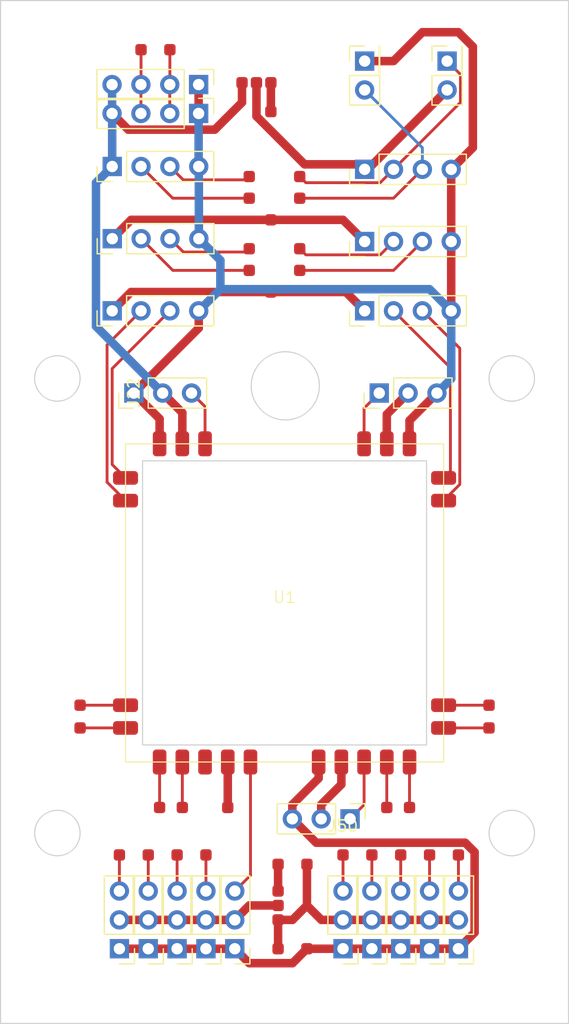
<source format=kicad_pcb>
(kicad_pcb (version 20221018) (generator pcbnew)
  (layers (0 "F.Cu" signal) (31 "B.Cu" signal) (34 "B.Paste" user) (35 "F.Paste" user) (36 "B.SilkS" user "B.Silkscreen") (37 "F.SilkS" user "F.Silkscreen") (38 "B.Mask" user) (39 "F.Mask" user) (44 "Edge.Cuts" user))
  (net 0 "")
  (net 1 "Net-(J1-Pin_1)")
  (net 2 "Net-(J2-Pin_1)")
  (net 3 "Net-(J3-Pin_1)")
  (net 4 "Net-(J10-Pin_1)")
  (net 5 "Net-(J4-Pin_2)")
  (net 6 "Net-(J4-Pin_3)")
  (net 7 "Net-(J5-Pin_3)")
  (net 8 "Net-(J6-Pin_3)")
  (net 9 "Net-(J33-Pin_1)")
  (net 10 "Net-(J8-Pin_3)")
  (net 11 "Net-(J10-Pin_2)")
  (net 12 "Net-(J50-Pin_1)")
  (net 13 "Net-(J10-Pin_3)")
  (net 14 "Net-(J11-Pin_3)")
  (net 15 "Net-(J12-Pin_3)")
  (net 16 "Net-(J13-Pin_3)")
  (net 17 "Net-(J14-Pin_1)")
  (net 18 "Net-(J14-Pin_2)")
  (net 19 "Net-(J15-Pin_1)")
  (net 20 "Net-(J16-Pin_1)")
  (net 21 "Net-(J17-Pin_1)")
  (net 22 "Net-(J17-Pin_2)")
  (net 23 "/gnd")
  (net 24 "Net-(J18-Pin_2)")
  (net 25 "Net-(J19-Pin_1)")
  (net 26 "Net-(J19-Pin_2)")
  (net 27 "Net-(J21-Pin_2)")
  (net 28 "Net-(J21-Pin_3)")
  (net 29 "Net-(J23-Pin_1)")
  (net 30 "Net-(J23-Pin_2)")
  (net 31 "Net-(J23-Pin_3)")
  (net 32 "Net-(J24-Pin_1)")
  (net 33 "Net-(J24-Pin_2)")
  (net 34 "Net-(J24-Pin_3)")
  (net 35 "Net-(J25-Pin_2)")
  (net 36 "Net-(J25-Pin_3)")
  (net 37 "Net-(J26-Pin_2)")
  (net 38 "Net-(J26-Pin_3)")
  (net 39 "Net-(J30-Pin_2)")
  (net 40 "Net-(J30-Pin_3)")
  (net 41 "Net-(J31-Pin_2)")
  (net 42 "Net-(J31-Pin_3)")
  (net 43 "Net-(J34-Pin_1)")
  (net 44 "Net-(J35-Pin_1)")
  (net 45 "Net-(J36-Pin_1)")
  (net 46 "Net-(J40-Pin_1)")
  (net 47 "Net-(J41-Pin_1)")
  (net 48 "Net-(J49-Pin_1)")
  (footprint "Matek_Library:SolderWirePad_1x01_SMD_1x1mm" (layer "F.Cu") (at 124.46 130.175)
    (fp_text reference "J64" hide)
    (fp_text value "Conn_01x01" hide)
    (pad "1" smd roundrect (at 0 0) (size 1 1) (layers "F.Cu" "F.Paste" "F.Mask") (net 6 "Net-(J4-Pin_3)"))
  )
  (footprint "Matek_Library:SolderWirePad_1x01_SMD_1x1mm" (layer "F.Cu") (at 140.97 138.43)
    (fp_text reference "J39" hide)
    (fp_text value "Conn_01x01" hide)
    (pad "1" smd roundrect (at 0 0) (size 1 1) (layers "F.Cu" "F.Paste" "F.Mask") (net 4 "Net-(J10-Pin_1)"))
  )
  (footprint "Connector_PinHeader_2.54mm:PinHeader_1x04_P2.54mm_Vertical" (layer "F.Cu") (at 146.05 69.85 90)
    (fp_text reference "J32" hide)
    (fp_text value "Conn_01x04" hide)
    (pad "1" thru_hole rect (at 0 0 90) (size 1.7 1.7) (drill 1) (layers "*.Cu" "*.Mask") (net 22 "Net-(J17-Pin_2)"))
    (pad "2" thru_hole oval (at 0 2.54 90) (size 1.7 1.7) (drill 1) (layers "*.Cu" "*.Mask") (net 21 "Net-(J17-Pin_1)"))
    (pad "3" thru_hole oval (at 0 5.08 90) (size 1.7 1.7) (drill 1) (layers "*.Cu" "*.Mask") (net 24 "Net-(J18-Pin_2)"))
    (pad "4" thru_hole oval (at 0 7.62 90) (size 1.7 1.7) (drill 1) (layers "*.Cu" "*.Mask") (net 23 "/gnd"))
  )
  (footprint "Matek_Library:SolderWirePad_1x01_SMD_1x1mm" (layer "F.Cu") (at 121 119)
    (fp_text reference "J40" hide)
    (fp_text value "Conn_01x01" hide)
    (pad "1" smd roundrect (at 0 0) (size 1 1) (layers "F.Cu" "F.Paste" "F.Mask") (net 46 "Net-(J40-Pin_1)"))
  )
  (footprint "Matek_Library:Matek_mini_fte" (layer "F.Cu") (at 139 108)
    (fp_text reference "U1" (at 0 -0.5 unlocked) (layer "F.SilkS") (effects (font (thickness 0.1))))
    (fp_text value "~")
    (pad "1" smd roundrect (at 11 -14 90) (size 2.2 1.2) (layers "F.Cu" "F.Paste" "F.Mask") (net 23 "/gnd"))
    (pad "2" smd roundrect (at 9 -14 90) (size 2.2 1.2) (layers "F.Cu" "F.Paste" "F.Mask") (net 26 "Net-(J19-Pin_2)"))
    (pad "3" smd roundrect (at 7 -14 90) (size 2.2 1.2) (layers "F.Cu" "F.Paste" "F.Mask") (net 25 "Net-(J19-Pin_1)"))
    (pad "4" smd roundrect (at -7 -14 90) (size 2.2 1.2) (layers "F.Cu" "F.Paste" "F.Mask") (net 28 "Net-(J21-Pin_3)"))
    (pad "5" smd roundrect (at -9 -14 90) (size 2.2 1.2) (layers "F.Cu" "F.Paste" "F.Mask") (net 27 "Net-(J21-Pin_2)"))
    (pad "6" smd roundrect (at -11 -14 90) (size 2.2 1.2) (layers "F.Cu" "F.Paste" "F.Mask") (net 23 "/gnd"))
    (pad "7" smd roundrect (at -14 -11) (size 2.2 1.2) (layers "F.Cu" "F.Paste" "F.Mask") (net 31 "Net-(J23-Pin_3)"))
    (pad "8" smd roundrect (at -14 -9) (size 2.2 1.2) (layers "F.Cu" "F.Paste" "F.Mask") (net 30 "Net-(J23-Pin_2)"))
    (pad "9" smd roundrect (at -14 9) (size 2.2 1.2) (layers "F.Cu" "F.Paste" "F.Mask") (net 47 "Net-(J41-Pin_1)"))
    (pad "10" smd roundrect (at -14 11) (size 2.2 1.2) (layers "F.Cu" "F.Paste" "F.Mask") (net 46 "Net-(J40-Pin_1)"))
    (pad "11" smd roundrect (at -11 14 90) (size 2.2 1.2) (layers "F.Cu" "F.Paste" "F.Mask") (net 1 "Net-(J1-Pin_1)"))
    (pad "12" smd roundrect (at -9 14 90) (size 2.2 1.2) (layers "F.Cu" "F.Paste" "F.Mask") (net 2 "Net-(J2-Pin_1)"))
    (pad "13" smd roundrect (at -5 14 90) (size 2.2 1.2) (layers "F.Cu" "F.Paste" "F.Mask") (net 3 "Net-(J3-Pin_1)"))
    (pad "14" smd roundrect (at -3 14 90) (size 2.2 1.2) (layers "F.Cu" "F.Paste" "F.Mask") (net 10 "Net-(J8-Pin_3)"))
    (pad "15" smd roundrect (at 3 14 90) (size 2.2 1.2) (layers "F.Cu" "F.Paste" "F.Mask") (net 4 "Net-(J10-Pin_1)"))
    (pad "16" smd roundrect (at 5 14 90) (size 2.2 1.2) (layers "F.Cu" "F.Paste" "F.Mask") (net 18 "Net-(J14-Pin_2)"))
    (pad "17" smd roundrect (at 7 14 90) (size 2.2 1.2) (layers "F.Cu" "F.Paste" "F.Mask") (net 17 "Net-(J14-Pin_1)"))
    (pad "18" smd roundrect (at 9 14 90) (size 2.2 1.2) (layers "F.Cu" "F.Paste" "F.Mask") (net 43 "Net-(J34-Pin_1)"))
    (pad "19" smd roundrect (at 11 14 90) (size 2.2 1.2) (layers "F.Cu" "F.Paste" "F.Mask") (net 44 "Net-(J35-Pin_1)"))
    (pad "20" smd roundrect (at 14 11) (size 2.2 1.2) (layers "F.Cu" "F.Paste" "F.Mask") (net 19 "Net-(J15-Pin_1)"))
    (pad "21" smd roundrect (at 14 9) (size 2.2 1.2) (layers "F.Cu" "F.Paste" "F.Mask") (net 20 "Net-(J16-Pin_1)"))
    (pad "22" smd roundrect (at 14 -9) (size 2.2 1.2) (layers "F.Cu" "F.Paste" "F.Mask") (net 40 "Net-(J30-Pin_3)"))
    (pad "23" smd roundrect (at 14 -11) (size 2.2 1.2) (layers "F.Cu" "F.Paste" "F.Mask") (net 39 "Net-(J30-Pin_2)"))
    (pad "24" smd roundrect (at -7 14 90) (size 2.2 1.2) (layers "F.Cu" "F.Paste" "F.Mask"))
  )
  (footprint "Matek_Library:SolderWirePad_1x01_SMD_1x1mm" (layer "F.Cu") (at 157 117)
    (fp_text reference "J16" hide)
    (fp_text value "Conn_01x01" hide)
    (pad "1" smd roundrect (at 0 0) (size 1 1) (layers "F.Cu" "F.Paste" "F.Mask") (net 20 "Net-(J16-Pin_1)"))
  )
  (footprint "Connector_PinHeader_2.54mm:PinHeader_1x03_P2.54mm_Vertical" (layer "F.Cu") (at 147.335 89.535 90)
    (fp_text reference "J20" hide)
    (fp_text value "Conn_01x03" hide)
    (pad "1" thru_hole rect (at 0 0 90) (size 1.7 1.7) (drill 1) (layers "*.Cu" "*.Mask") (net 25 "Net-(J19-Pin_1)"))
    (pad "2" thru_hole oval (at 0 2.54 90) (size 1.7 1.7) (drill 1) (layers "*.Cu" "*.Mask") (net 26 "Net-(J19-Pin_2)"))
    (pad "3" thru_hole oval (at 0 5.08 90) (size 1.7 1.7) (drill 1) (layers "*.Cu" "*.Mask") (net 23 "/gnd"))
  )
  (footprint "Connector_PinHeader_2.54mm:PinHeader_1x03_P2.54mm_Vertical" (layer "F.Cu") (at 134.62 138.43 180)
    (fp_text reference "J8" hide)
    (fp_text value "Conn_01x03" hide)
    (pad "1" thru_hole rect (at 0 0 180) (size 1.7 1.7) (drill 1) (layers "*.Cu" "*.Mask") (net 4 "Net-(J10-Pin_1)"))
    (pad "2" thru_hole oval (at 0 2.54 180) (size 1.7 1.7) (drill 1) (layers "*.Cu" "*.Mask") (net 5 "Net-(J4-Pin_2)"))
    (pad "3" thru_hole oval (at 0 5.08 180) (size 1.7 1.7) (drill 1) (layers "*.Cu" "*.Mask") (net 10 "Net-(J8-Pin_3)"))
  )
  (footprint "Matek_Library:SolderWirePad_1x01_SMD_1x1mm" (layer "F.Cu") (at 137.795 64.77)
    (fp_text reference "J49" hide)
    (fp_text value "Conn_01x01" hide)
    (pad "1" smd roundrect (at 0 0) (size 1 1) (layers "F.Cu" "F.Paste" "F.Mask") (net 48 "Net-(J49-Pin_1)"))
  )
  (footprint "Matek_Library:SolderWirePad_1x01_SMD_1x1mm" (layer "F.Cu") (at 157 119)
    (fp_text reference "J15" hide)
    (fp_text value "Conn_01x01" hide)
    (pad "1" smd roundrect (at 0 0) (size 1 1) (layers "F.Cu" "F.Paste" "F.Mask") (net 19 "Net-(J15-Pin_1)"))
  )
  (footprint "Connector_PinHeader_2.54mm:PinHeader_1x03_P2.54mm_Vertical" (layer "F.Cu") (at 127 138.43 180)
    (fp_text reference "J5" hide)
    (fp_text value "Conn_01x03" hide)
    (pad "1" thru_hole rect (at 0 0 180) (size 1.7 1.7) (drill 1) (layers "*.Cu" "*.Mask") (net 4 "Net-(J10-Pin_1)"))
    (pad "2" thru_hole oval (at 0 2.54 180) (size 1.7 1.7) (drill 1) (layers "*.Cu" "*.Mask") (net 5 "Net-(J4-Pin_2)"))
    (pad "3" thru_hole oval (at 0 5.08 180) (size 1.7 1.7) (drill 1) (layers "*.Cu" "*.Mask") (net 7 "Net-(J5-Pin_3)"))
  )
  (footprint "Matek_Library:SolderWirePad_1x01_SMD_1x1mm" (layer "F.Cu") (at 151.765 130.175)
    (fp_text reference "J60" hide)
    (fp_text value "Conn_01x01" hide)
    (pad "1" smd roundrect (at 0 0) (size 1 1) (layers "F.Cu" "F.Paste" "F.Mask") (net 15 "Net-(J12-Pin_3)"))
  )
  (footprint "Matek_Library:SolderWirePad_1x01_SMD_1x1mm" (layer "F.Cu") (at 135.255 62.23)
    (fp_text reference "J42" hide)
    (fp_text value "Conn_01x01" hide)
    (pad "1" smd roundrect (at 0 0) (size 1 1) (layers "F.Cu" "F.Paste" "F.Mask") (net 27 "Net-(J21-Pin_2)"))
  )
  (footprint "Connector_PinHeader_2.54mm:PinHeader_1x03_P2.54mm_Vertical" (layer "F.Cu") (at 146.685 138.43 180)
    (fp_text reference "J10" hide)
    (fp_text value "Conn_01x03" hide)
    (pad "1" thru_hole rect (at 0 0 180) (size 1.7 1.7) (drill 1) (layers "*.Cu" "*.Mask") (net 4 "Net-(J10-Pin_1)"))
    (pad "2" thru_hole oval (at 0 2.54 180) (size 1.7 1.7) (drill 1) (layers "*.Cu" "*.Mask") (net 11 "Net-(J10-Pin_2)"))
    (pad "3" thru_hole oval (at 0 5.08 180) (size 1.7 1.7) (drill 1) (layers "*.Cu" "*.Mask") (net 13 "Net-(J10-Pin_3)"))
  )
  (footprint "Matek_Library:SolderWirePad_1x01_SMD_1x1mm" (layer "F.Cu") (at 140.335 72.39)
    (fp_text reference "J54" hide)
    (fp_text value "Conn_01x01" hide)
    (pad "1" smd roundrect (at 0 0) (size 1 1) (layers "F.Cu" "F.Paste" "F.Mask") (net 24 "Net-(J18-Pin_2)"))
  )
  (footprint "Connector_PinHeader_2.54mm:PinHeader_1x03_P2.54mm_Vertical" (layer "F.Cu") (at 124.46 138.43 180)
    (fp_text reference "J4" hide)
    (fp_text value "Conn_01x03" hide)
    (pad "1" thru_hole rect (at 0 0 180) (size 1.7 1.7) (drill 1) (layers "*.Cu" "*.Mask") (net 4 "Net-(J10-Pin_1)"))
    (pad "2" thru_hole oval (at 0 2.54 180) (size 1.7 1.7) (drill 1) (layers "*.Cu" "*.Mask") (net 5 "Net-(J4-Pin_2)"))
    (pad "3" thru_hole oval (at 0 5.08 180) (size 1.7 1.7) (drill 1) (layers "*.Cu" "*.Mask") (net 6 "Net-(J4-Pin_3)"))
  )
  (footprint "Matek_Library:SolderWirePad_1x01_SMD_1x1mm" (layer "F.Cu") (at 126.365 59.323333 -90)
    (fp_text reference "J59" hide)
    (fp_text value "Conn_01x01" hide)
    (pad "1" smd roundrect (at 0 0 270) (size 1 1) (layers "F.Cu" "F.Paste" "F.Mask") (net 38 "Net-(J26-Pin_3)"))
  )
  (footprint "Matek_Library:SolderWirePad_1x01_SMD_1x1mm" (layer "F.Cu") (at 150 126)
    (fp_text reference "J35" hide)
    (fp_text value "Conn_01x01" hide)
    (pad "1" smd roundrect (at 0 0) (size 1 1) (layers "F.Cu" "F.Paste" "F.Mask") (net 44 "Net-(J35-Pin_1)"))
  )
  (footprint "Matek_Library:SolderWirePad_1x01_SMD_1x1mm" (layer "F.Cu") (at 128 126)
    (fp_text reference "J1" hide)
    (fp_text value "Conn_01x01" hide)
    (pad "1" smd roundrect (at 0 0) (size 1 1) (layers "F.Cu" "F.Paste" "F.Mask") (net 1 "Net-(J1-Pin_1)"))
  )
  (footprint "Matek_Library:SolderWirePad_1x01_SMD_1x1mm" (layer "F.Cu") (at 138.43 133.35)
    (fp_text reference "J43" hide)
    (fp_text value "Conn_01x01" hide)
    (pad "1" smd roundrect (at 0 0) (size 1 1) (layers "F.Cu" "F.Paste" "F.Mask") (net 45 "Net-(J36-Pin_1)"))
  )
  (footprint "Connector_PinHeader_2.54mm:PinHeader_1x04_P2.54mm_Vertical" (layer "F.Cu") (at 131.435 64.933333 -90)
    (fp_text reference "J27" hide)
    (fp_text value "Conn_01x04" hide)
    (pad "1" thru_hole rect (at 0 0 270) (size 1.7 1.7) (drill 1) (layers "*.Cu" "*.Mask") (net 23 "/gnd"))
    (pad "2" thru_hole oval (at 0 2.54 270) (size 1.7 1.7) (drill 1) (layers "*.Cu" "*.Mask") (net 37 "Net-(J26-Pin_2)"))
    (pad "3" thru_hole oval (at 0 5.08 270) (size 1.7 1.7) (drill 1) (layers "*.Cu" "*.Mask") (net 38 "Net-(J26-Pin_3)"))
    (pad "4" thru_hole oval (at 0 7.62 270) (size 1.7 1.7) (drill 1) (layers "*.Cu" "*.Mask") (net 27 "Net-(J21-Pin_2)"))
  )
  (footprint "Matek_Library:SolderWirePad_1x01_SMD_1x1mm" (layer "F.Cu") (at 140.335 70.485)
    (fp_text reference "J53" hide)
    (fp_text value "Conn_01x01" hide)
    (pad "1" smd roundrect (at 0 0) (size 1 1) (layers "F.Cu" "F.Paste" "F.Mask") (net 21 "Net-(J17-Pin_1)"))
  )
  (footprint "Matek_Library:SolderWirePad_1x01_SMD_1x1mm" (layer "F.Cu") (at 144.145 130.175)
    (fp_text reference "J50" (at 0 -2.54) (layer "F.SilkS"))
    (fp_text value "Conn_01x01" hide)
    (pad "1" smd roundrect (at 0 0) (size 1 1) (layers "F.Cu" "F.Paste" "F.Mask") (net 12 "Net-(J50-Pin_1)"))
  )
  (footprint "Connector_PinHeader_2.54mm:PinHeader_1x03_P2.54mm_Vertical" (layer "F.Cu") (at 132.08 138.43 180)
    (fp_text reference "J7" hide)
    (fp_text value "Conn_01x03" hide)
    (pad "1" thru_hole rect (at 0 0 180) (size 1.7 1.7) (drill 1) (layers "*.Cu" "*.Mask") (net 4 "Net-(J10-Pin_1)"))
    (pad "2" thru_hole oval (at 0 2.54 180) (size 1.7 1.7) (drill 1) (layers "*.Cu" "*.Mask") (net 5 "Net-(J4-Pin_2)"))
    (pad "3" thru_hole oval (at 0 5.08 180) (size 1.7 1.7) (drill 1) (layers "*.Cu" "*.Mask") (net 9 "Net-(J33-Pin_1)"))
  )
  (footprint "Matek_Library:SolderWirePad_1x01_SMD_1x1mm" (layer "F.Cu") (at 128.905 59.323333 -90)
    (fp_text reference "J58" hide)
    (fp_text value "Conn_01x01" hide)
    (pad "1" smd roundrect (at 0 0 270) (size 1 1) (layers "F.Cu" "F.Paste" "F.Mask") (net 37 "Net-(J26-Pin_2)"))
  )
  (footprint "Matek_Library:SolderWirePad_1x01_SMD_1x1mm" (layer "F.Cu") (at 140.97 131)
    (fp_text reference "J37" hide)
    (fp_text value "Conn_01x01" hide)
    (pad "1" smd roundrect (at 0 0) (size 1 1) (layers "F.Cu" "F.Paste" "F.Mask") (net 11 "Net-(J10-Pin_2)"))
  )
  (footprint "Matek_Library:SolderWirePad_1x01_SMD_1x1mm" (layer "F.Cu") (at 127 130.175)
    (fp_text reference "J63" hide)
    (fp_text value "Conn_01x01" hide)
    (pad "1" smd roundrect (at 0 0) (size 1 1) (layers "F.Cu" "F.Paste" "F.Mask") (net 7 "Net-(J5-Pin_3)"))
  )
  (footprint "Matek_Library:SolderWirePad_1x01_SMD_1x1mm" (layer "F.Cu") (at 149.225 130.175)
    (fp_text reference "J52" hide)
    (fp_text value "Conn_01x01" hide)
    (pad "1" smd roundrect (at 0 0) (size 1 1) (layers "F.Cu" "F.Paste" "F.Mask") (net 14 "Net-(J11-Pin_3)"))
  )
  (footprint "Matek_Library:SolderWirePad_1x01_SMD_1x1mm" (layer "F.Cu") (at 136.525 62.23)
    (fp_text reference "J67" hide)
    (fp_text value "Conn_01x01" hide)
    (pad "1" smd roundrect (at 0 0) (size 1 1) (layers "F.Cu" "F.Paste" "F.Mask") (net 22 "Net-(J17-Pin_2)"))
  )
  (footprint "Matek_Library:SolderWirePad_1x01_SMD_1x1mm" (layer "F.Cu") (at 135.89 76.835)
    (fp_text reference "J47" hide)
    (fp_text value "Conn_01x01" hide)
    (pad "1" smd roundrect (at 0 0) (size 1 1) (layers "F.Cu" "F.Paste" "F.Mask") (net 34 "Net-(J24-Pin_3)"))
  )
  (footprint "Connector_PinHeader_2.54mm:PinHeader_1x04_P2.54mm_Vertical" (layer "F.Cu") (at 146.05 76.2 90)
    (fp_text reference "J31" hide)
    (fp_text value "Conn_01x04" hide)
    (pad "1" thru_hole rect (at 0 0 90) (size 1.7 1.7) (drill 1) (layers "*.Cu" "*.Mask") (net 32 "Net-(J24-Pin_1)"))
    (pad "2" thru_hole oval (at 0 2.54 90) (size 1.7 1.7) (drill 1) (layers "*.Cu" "*.Mask") (net 41 "Net-(J31-Pin_2)"))
    (pad "3" thru_hole oval (at 0 5.08 90) (size 1.7 1.7) (drill 1) (layers "*.Cu" "*.Mask") (net 42 "Net-(J31-Pin_3)"))
    (pad "4" thru_hole oval (at 0 7.62 90) (size 1.7 1.7) (drill 1) (layers "*.Cu" "*.Mask") (net 23 "/gnd"))
  )
  (footprint "Matek_Library:SolderWirePad_1x01_SMD_1x1mm" (layer "F.Cu") (at 137.795 80.645)
    (fp_text reference "J57" hide)
    (fp_text value "Conn_01x01" hide)
    (pad "1" smd roundrect (at 0 0) (size 1 1) (layers "F.Cu" "F.Paste" "F.Mask") (net 29 "Net-(J23-Pin_1)"))
  )
  (footprint "Matek_Library:SolderWirePad_1x01_SMD_1x1mm" (layer "F.Cu") (at 129.54 130.175)
    (fp_text reference "J62" hide)
    (fp_text value "Conn_01x01" hide)
    (pad "1" smd roundrect (at 0 0) (size 1 1) (layers "F.Cu" "F.Paste" "F.Mask") (net 8 "Net-(J6-Pin_3)"))
  )
  (footprint "Connector_PinHeader_2.54mm:PinHeader_1x03_P2.54mm_Vertical" (layer "F.Cu") (at 144.765 127 -90)
    (fp_text reference "J14" hide)
    (fp_text value "Conn_01x03" hide)
    (pad "1" thru_hole rect (at 0 0 270) (size 1.7 1.7) (drill 1) (layers "*.Cu" "*.Mask") (net 17 "Net-(J14-Pin_1)"))
    (pad "2" thru_hole oval (at 0 2.54 270) (size 1.7 1.7) (drill 1) (layers "*.Cu" "*.Mask") (net 18 "Net-(J14-Pin_2)"))
    (pad "3" thru_hole oval (at 0 5.08 270) (size 1.7 1.7) (drill 1) (layers "*.Cu" "*.Mask") (net 4 "Net-(J10-Pin_1)"))
  )
  (footprint "Matek_Library:SolderWirePad_1x01_SMD_1x1mm" (layer "F.Cu") (at 138.43 134.62)
    (fp_text reference "J65" hide)
    (fp_text value "Conn_01x01" hide)
    (pad "1" smd roundrect (at 0 0) (size 1 1) (layers "F.Cu" "F.Paste" "F.Mask") (net 5 "Net-(J4-Pin_2)"))
  )
  (footprint "Matek_Library:SolderWirePad_1x01_SMD_1x1mm" (layer "F.Cu") (at 140.335 76.835)
    (fp_text reference "J55" hide)
    (fp_text value "Conn_01x01" hide)
    (pad "1" smd roundrect (at 0 0) (size 1 1) (layers "F.Cu" "F.Paste" "F.Mask") (net 41 "Net-(J31-Pin_2)"))
  )
  (footprint "Connector_PinHeader_2.54mm:PinHeader_1x04_P2.54mm_Vertical" (layer "F.Cu") (at 131.435 62.393333 -90)
    (fp_text reference "J26" hide)
    (fp_text value "Conn_01x04" hide)
    (pad "1" thru_hole rect (at 0 0 270) (size 1.7 1.7) (drill 1) (layers "*.Cu" "*.Mask") (net 23 "/gnd"))
    (pad "2" thru_hole oval (at 0 2.54 270) (size 1.7 1.7) (drill 1) (layers "*.Cu" "*.Mask") (net 37 "Net-(J26-Pin_2)"))
    (pad "3" thru_hole oval (at 0 5.08 270) (size 1.7 1.7) (drill 1) (layers "*.Cu" "*.Mask") (net 38 "Net-(J26-Pin_3)"))
    (pad "4" thru_hole oval (at 0 7.62 270) (size 1.7 1.7) (drill 1) (layers "*.Cu" "*.Mask") (net 27 "Net-(J21-Pin_2)"))
  )
  (footprint "Matek_Library:SolderWirePad_1x01_SMD_1x1mm" (layer "F.Cu") (at 146.685 130.175)
    (fp_text reference "J51" hide)
    (fp_text value "Conn_01x01" hide)
    (pad "1" smd roundrect (at 0 0) (size 1 1) (layers "F.Cu" "F.Paste" "F.Mask") (net 13 "Net-(J10-Pin_3)"))
  )
  (footprint "Matek_Library:SolderWirePad_1x01_SMD_1x1mm" (layer "F.Cu") (at 135.89 70.485)
    (fp_text reference "J45" hide)
    (fp_text value "Conn_01x01" hide)
    (pad "1" smd roundrect (at 0 0) (size 1 1) (layers "F.Cu" "F.Paste" "F.Mask") (net 36 "Net-(J25-Pin_3)"))
  )
  (footprint "Connector_PinHeader_2.54mm:PinHeader_1x04_P2.54mm_Vertical" (layer "F.Cu") (at 123.835 75.95 90)
    (fp_text reference "J24" hide)
    (fp_text value "Conn_01x04" hide)
    (pad "1" thru_hole rect (at 0 0 90) (size 1.7 1.7) (drill 1) (layers "*.Cu" "*.Mask") (net 32 "Net-(J24-Pin_1)"))
    (pad "2" thru_hole oval (at 0 2.54 90) (size 1.7 1.7) (drill 1) (layers "*.Cu" "*.Mask") (net 33 "Net-(J24-Pin_2)"))
    (pad "3" thru_hole oval (at 0 5.08 90) (size 1.7 1.7) (drill 1) (layers "*.Cu" "*.Mask") (net 34 "Net-(J24-Pin_3)"))
    (pad "4" thru_hole oval (at 0 7.62 90) (size 1.7 1.7) (drill 1) (layers "*.Cu" "*.Mask") (net 23 "/gnd"))
  )
  (footprint "Matek_Library:SolderWirePad_1x01_SMD_1x1mm" (layer "F.Cu") (at 154.305 130.175)
    (fp_text reference "J61" hide)
    (fp_text value "Conn_01x01" hide)
    (pad "1" smd roundrect (at 0 0) (size 1 1) (layers "F.Cu" "F.Paste" "F.Mask") (net 16 "Net-(J13-Pin_3)"))
  )
  (footprint "Connector_PinHeader_2.54mm:PinHeader_1x03_P2.54mm_Vertical" (layer "F.Cu") (at 149.225 138.43 180)
    (fp_text reference "J11" hide)
    (fp_text value "Conn_01x03" hide)
    (pad "1" thru_hole rect (at 0 0 180) (size 1.7 1.7) (drill 1) (layers "*.Cu" "*.Mask") (net 4 "Net-(J10-Pin_1)"))
    (pad "2" thru_hole oval (at 0 2.54 180) (size 1.7 1.7) (drill 1) (layers "*.Cu" "*.Mask") (net 11 "Net-(J10-Pin_2)"))
    (pad "3" thru_hole oval (at 0 5.08 180) (size 1.7 1.7) (drill 1) (layers "*.Cu" "*.Mask") (net 14 "Net-(J11-Pin_3)"))
  )
  (footprint "Matek_Library:SolderWirePad_1x01_SMD_1x1mm" (layer "F.Cu") (at 121 117)
    (fp_text reference "J41" hide)
    (fp_text value "Conn_01x01" hide)
    (pad "1" smd roundrect (at 0 0) (size 1 1) (layers "F.Cu" "F.Paste" "F.Mask") (net 47 "Net-(J41-Pin_1)"))
  )
  (footprint "Matek_Library:SolderWirePad_1x01_SMD_1x1mm" (layer "F.Cu") (at 138.43 131)
    (fp_text reference "J36" hide)
    (fp_text value "Conn_01x01" hide)
    (pad "1" smd roundrect (at 0 0) (size 1 1) (layers "F.Cu" "F.Paste" "F.Mask") (net 45 "Net-(J36-Pin_1)"))
  )
  (footprint "Connector_PinHeader_2.54mm:PinHeader_1x04_P2.54mm_Vertical" (layer "F.Cu") (at 123.825 69.6 90)
    (fp_text reference "J25" hide)
    (fp_text value "Conn_01x04" hide)
    (pad "1" thru_hole rect (at 0 0 90) (size 1.7 1.7) (drill 1) (layers "*.Cu" "*.Mask") (net 27 "Net-(J21-Pin_2)"))
    (pad "2" thru_hole oval (at 0 2.54 90) (size 1.7 1.7) (drill 1) (layers "*.Cu" "*.Mask") (net 35 "Net-(J25-Pin_2)"))
    (pad "3" thru_hole oval (at 0 5.08 90) (size 1.7 1.7) (drill 1) (layers "*.Cu" "*.Mask") (net 36 "Net-(J25-Pin_3)"))
    (pad "4" thru_hole oval (at 0 7.62 90) (size 1.7 1.7) (drill 1) (layers "*.Cu" "*.Mask") (net 23 "/gnd"))
  )
  (footprint "Matek_Library:SolderWirePad_1x01_SMD_1x1mm" (layer "F.Cu") (at 130 126)
    (fp_text reference "J2" hide)
    (fp_text value "Conn_01x01" hide)
    (pad "1" smd roundrect (at 0 0) (size 1 1) (layers "F.Cu" "F.Paste" "F.Mask") (net 2 "Net-(J2-Pin_1)"))
  )
  (footprint "Matek_Library:SolderWirePad_1x01_SMD_1x1mm" (layer "F.Cu") (at 140.335 78.74)
    (fp_text reference "J56" hide)
    (fp_text value "Conn_01x01" hide)
    (pad "1" smd roundrect (at 0 0) (size 1 1) (layers "F.Cu" "F.Paste" "F.Mask") (net 42 "Net-(J31-Pin_3)"))
  )
  (footprint "Connector_PinHeader_2.54mm:PinHeader_1x03_P2.54mm_Vertical" (layer "F.Cu") (at 154.305 138.43 180)
    (fp_text reference "J13" hide)
    (fp_text value "Conn_01x03" hide)
    (pad "1" thru_hole rect (at 0 0 180) (size 1.7 1.7) (drill 1) (layers "*.Cu" "*.Mask") (net 4 "Net-(J10-Pin_1)"))
    (pad "2" thru_hole oval (at 0 2.54 180) (size 1.7 1.7) (drill 1) (layers "*.Cu" "*.Mask") (net 11 "Net-(J10-Pin_2)"))
    (pad "3" thru_hole oval (at 0 5.08 180) (size 1.7 1.7) (drill 1) (layers "*.Cu" "*.Mask") (net 16 "Net-(J13-Pin_3)"))
  )
  (footprint "Matek_Library:SolderWirePad_1x01_SMD_1x1mm" (layer "F.Cu") (at 132.08 130.175)
    (fp_text reference "J33" hide)
    (fp_text value "Conn_01x01" hide)
    (pad "1" smd roundrect (at 0 0) (size 1 1) (layers "F.Cu" "F.Paste" "F.Mask") (net 9 "Net-(J33-Pin_1)"))
  )
  (footprint "Connector_PinHeader_2.54mm:PinHeader_1x03_P2.54mm_Vertical" (layer "F.Cu") (at 144.145 138.43 180)
    (fp_text reference "J9" hide)
    (fp_text value "Conn_01x03" hide)
    (pad "1" thru_hole rect (at 0 0 180) (size 1.7 1.7) (drill 1) (layers "*.Cu" "*.Mask") (net 4 "Net-(J10-Pin_1)"))
    (pad "2" thru_hole oval (at 0 2.54 180) (size 1.7 1.7) (drill 1) (layers "*.Cu" "*.Mask") (net 11 "Net-(J10-Pin_2)"))
    (pad "3" thru_hole oval (at 0 5.08 180) (size 1.7 1.7) (drill 1) (layers "*.Cu" "*.Mask") (net 12 "Net-(J50-Pin_1)"))
  )
  (footprint "Matek_Library:SolderWirePad_1x01_SMD_1x1mm" (layer "F.Cu") (at 135.89 78.74)
    (fp_text reference "J46" hide)
    (fp_text value "Conn_01x01" hide)
    (pad "1" smd roundrect (at 0 0) (size 1 1) (layers "F.Cu" "F.Paste" "F.Mask") (net 33 "Net-(J24-Pin_2)"))
  )
  (footprint "Connector_PinHeader_2.54mm:PinHeader_1x03_P2.54mm_Vertical" (layer "F.Cu") (at 151.765 138.43 180)
    (fp_text reference "J12" hide)
    (fp_text value "Conn_01x03" hide)
    (pad "1" thru_hole rect (at 0 0 180) (size 1.7 1.7) (drill 1) (layers "*.Cu" "*.Mask") (net 4 "Net-(J10-Pin_1)"))
    (pad "2" thru_hole oval (at 0 2.54 180) (size 1.7 1.7) (drill 1) (layers "*.Cu" "*.Mask") (net 11 "Net-(J10-Pin_2)"))
    (pad "3" thru_hole oval (at 0 5.08 180) (size 1.7 1.7) (drill 1) (layers "*.Cu" "*.Mask") (net 15 "Net-(J12-Pin_3)"))
  )
  (footprint "Matek_Library:SolderWirePad_1x01_SMD_1x1mm" (layer "F.Cu") (at 134 126)
    (fp_text reference "J3" hide)
    (fp_text value "Conn_01x01" hide)
    (pad "1" smd roundrect (at 0 0) (size 1 1) (layers "F.Cu" "F.Paste" "F.Mask") (net 3 "Net-(J3-Pin_1)"))
  )
  (footprint "Connector_PinHeader_2.54mm:PinHeader_1x04_P2.54mm_Vertical" (layer "F.Cu") (at 123.825 82.3 90)
    (fp_text reference "J23" hide)
    (fp_text value "Conn_01x04" hide)
    (pad "1" thru_hole rect (at 0 0 90) (size 1.7 1.7) (drill 1) (layers "*.Cu" "*.Mask") (net 29 "Net-(J23-Pin_1)"))
    (pad "2" thru_hole oval (at 0 2.54 90) (size 1.7 1.7) (drill 1) (layers "*.Cu" "*.Mask") (net 30 "Net-(J23-Pin_2)"))
    (pad "3" thru_hole oval (at 0 5.08 90) (size 1.7 1.7) (drill 1) (layers "*.Cu" "*.Mask") (net 31 "Net-(J23-Pin_3)"))
    (pad "4" thru_hole oval (at 0 7.62 90) (size 1.7 1.7) (drill 1) (layers "*.Cu" "*.Mask") (net 23 "/gnd"))
  )
  (footprint "Matek_Library:SolderWirePad_1x01_SMD_1x1mm" (layer "F.Cu") (at 137.795 74.295)
    (fp_text reference "J48" hide)
    (fp_text value "Conn_01x01" hide)
    (pad "1" smd roundrect (at 0 0) (size 1 1) (layers "F.Cu" "F.Paste" "F.Mask") (net 32 "Net-(J24-Pin_1)"))
  )
  (footprint "Connector_PinHeader_2.54mm:PinHeader_1x04_P2.54mm_Vertical" (layer "F.Cu") (at 146.05 82.3 90)
    (fp_text reference "J30" hide)
    (fp_text value "Conn_01x04" hide)
    (pad "1" thru_hole rect (at 0 0 90) (size 1.7 1.7) (drill 1) (layers "*.Cu" "*.Mask") (net 29 "Net-(J23-Pin_1)"))
    (pad "2" thru_hole oval (at 0 2.54 90) (size 1.7 1.7) (drill 1) (layers "*.Cu" "*.Mask") (net 39 "Net-(J30-Pin_2)"))
    (pad "3" thru_hole oval (at 0 5.08 90) (size 1.7 1.7) (drill 1) (layers "*.Cu" "*.Mask") (net 40 "Net-(J30-Pin_3)"))
    (pad "4" thru_hole oval (at 0 7.62 90) (size 1.7 1.7) (drill 1) (layers "*.Cu" "*.Mask") (net 23 "/gnd"))
  )
  (footprint "Connector_PinSocket_2.54mm:PinSocket_2x01_P2.54mm_Vertical" (layer "F.Cu") (at 153.31 60.325 90)
    (fp_text reference "J17" hide)
    (fp_text value "Conn_02x01" hide)
    (pad "1" thru_hole rect (at 0 0 90) (size 1.7 1.7) (drill 1) (layers "*.Cu" "*.Mask") (net 21 "Net-(J17-Pin_1)"))
    (pad "2" thru_hole oval (at -2.54 0 90) (size 1.7 1.7) (drill 1) (layers "*.Cu" "*.Mask") (net 22 "Net-(J17-Pin_2)"))
  )
  (footprint "Connector_PinHeader_2.54mm:PinHeader_1x03_P2.54mm_Vertical" (layer "F.Cu") (at 129.54 138.43 180)
    (fp_text reference "J6" hide)
    (fp_text value "Conn_01x03" hide)
    (pad "1" thru_hole rect (at 0 0 180) (size 1.7 1.7) (drill 1) (layers "*.Cu" "*.Mask") (net 4 "Net-(J10-Pin_1)"))
    (pad "2" thru_hole oval (at 0 2.54 180) (size 1.7 1.7) (drill 1) (layers "*.Cu" "*.Mask") (net 5 "Net-(J4-Pin_2)"))
    (pad "3" thru_hole oval (at 0 5.08 180) (size 1.7 1.7) (drill 1) (layers "*.Cu" "*.Mask") (net 8 "Net-(J6-Pin_3)"))
  )
  (footprint "Matek_Library:SolderWirePad_1x01_SMD_1x1mm" (layer "F.Cu") (at 148 126)
    (fp_text reference "J34" hide)
    (fp_text value "Conn_01x01" hide)
    (pad "1" smd roundrect (at 0 0) (size 1 1) (layers "F.Cu" "F.Paste" "F.Mask") (net 43 "Net-(J34-Pin_1)"))
  )
  (footprint "Connector_PinHeader_2.54mm:PinHeader_1x03_P2.54mm_Vertical" (layer "F.Cu") (at 125.73 89.535 90)
    (fp_text reference "J22" (at 0 0 90) (layer "F.SilkS"))
    (fp_text value "Conn_01x03" hide)
    (pad "1" thru_hole rect (at 0 0 90) (size 1.7 1.7) (drill 1) (layers "*.Cu" "*.Mask") (net 23 "/gnd"))
    (pad "2" thru_hole oval (at 0 2.54 90) (size 1.7 1.7) (drill 1) (layers "*.Cu" "*.Mask") (net 27 "Net-(J21-Pin_2)"))
    (pad "3" thru_hole oval (at 0 5.08 90) (size 1.7 1.7) (drill 1) (layers "*.Cu" "*.Mask") (net 28 "Net-(J21-Pin_3)"))
  )
  (footprint "Matek_Library:SolderWirePad_1x01_SMD_1x1mm" (layer "F.Cu") (at 137.795 62.23)
    (fp_text reference "J68" hide)
    (fp_text value "Conn_01x01" hide)
    (pad "1" smd roundrect (at 0 0) (size 1 1) (layers "F.Cu" "F.Paste" "F.Mask") (net 48 "Net-(J49-Pin_1)"))
  )
  (footprint "Connector_PinSocket_2.54mm:PinSocket_2x01_P2.54mm_Vertical" (layer "F.Cu") (at 146.05 60.325 90)
    (fp_text reference "J18" hide)
    (fp_text value "Conn_02x01" hide)
    (pad "1" thru_hole rect (at 0 0 90) (size 1.7 1.7) (drill 1) (layers "*.Cu" "*.Mask") (net 23 "/gnd"))
    (pad "2" thru_hole oval (at -2.54 0 90) (size 1.7 1.7) (drill 1) (layers "*.Cu" "*.Mask") (net 24 "Net-(J18-Pin_2)"))
  )
  (footprint "Matek_Library:SolderWirePad_1x01_SMD_1x1mm" (layer "F.Cu") (at 135.89 72.39)
    (fp_text reference "J44" hide)
    (fp_text value "Conn_01x01" hide)
    (pad "1" smd roundrect (at 0 0) (size 1 1) (layers "F.Cu" "F.Paste" "F.Mask") (net 35 "Net-(J25-Pin_2)"))
  )
  (footprint "Matek_Library:SolderWirePad_1x01_SMD_1x1mm" (layer "F.Cu") (at 138.43 138.43)
    (fp_text reference "J38" hide)
    (fp_text value "Conn_01x01" hide)
    (pad "1" smd roundrect (at 0 0) (size 1 1) (layers "F.Cu" "F.Paste" "F.Mask") (net 11 "Net-(J10-Pin_2)"))
  )
  (footprint "Matek_Library:SolderWirePad_1x01_SMD_1x1mm" (layer "F.Cu") (at 138.43 135.89)
    (fp_text reference "J66" hide)
    (fp_text value "Conn_01x01" hide)
    (pad "1" smd roundrect (at 0 0) (size 1 1) (layers "F.Cu" "F.Paste" "F.Mask") (net 11 "Net-(J10-Pin_2)"))
  )
  (gr_line (start 114 145) (end 114 55) (stroke (width 0.1)) (layer "Edge.Cuts"))
  (gr_circle (center 119 128.25) (end 121 128.25) (stroke (width 0.1)) (fill none) (layer "Edge.Cuts"))
  (gr_line (start 114 55) (end 164 55) (stroke (width 0.1)) (layer "Edge.Cuts"))
  (gr_line (start 164 145) (end 114 145) (stroke (width 0.1)) (layer "Edge.Cuts"))
  (gr_line (start 151.5 120.5) (end 126.5 120.5) (stroke (width 0.1)) (layer "Edge.Cuts"))
  (gr_circle (center 139.065 88.9) (end 142.065 88.9) (stroke (width 0.1)) (fill none) (layer "Edge.Cuts"))
  (gr_line (start 164 55) (end 164 145) (stroke (width 0.1)) (layer "Edge.Cuts"))
  (gr_circle (center 119 88.25) (end 121 88.25) (stroke (width 0.1)) (fill none) (layer "Edge.Cuts"))
  (gr_circle (center 159 128.25) (end 161 128.25) (stroke (width 0.1)) (fill none) (layer "Edge.Cuts"))
  (gr_line (start 126.5 120.5) (end 126.5 95.5) (stroke (width 0.1)) (layer "Edge.Cuts"))
  (gr_line (start 126.5 95.5) (end 151.5 95.5) (stroke (width 0.1)) (layer "Edge.Cuts"))
  (gr_circle (center 159 88.25) (end 161 88.25) (stroke (width 0.1)) (fill none) (layer "Edge.Cuts"))
  (gr_line (start 151.5 95.5) (end 151.5 120.5) (stroke (width 0.1)) (layer "Edge.Cuts"))
  (segment (start 128 126) (end 128 122) (width 0.25) (layer "F.Cu") (net 1))
  (segment (start 130 126) (end 130 122) (width 0.25) (layer "F.Cu") (net 2))
  (segment (start 134 122) (end 134 126) (width 0.75) (layer "F.Cu") (net 3))
  (segment (start 154.903654 129.1) (end 155.73 129.926346) (width 0.75) (layer "F.Cu") (net 4))
  (segment (start 151.765 138.43) (end 149.225 138.43) (width 0.75) (layer "F.Cu") (net 4))
  (segment (start 124.46 138.43) (end 127 138.43) (width 0.75) (layer "F.Cu") (net 4))
  (segment (start 144.145 138.43) (end 140.97 138.43) (width 0.75) (layer "F.Cu") (net 4))
  (segment (start 149.225 138.43) (end 146.685 138.43) (width 0.75) (layer "F.Cu") (net 4))
  (segment (start 134.62 138.43) (end 132.08 138.43) (width 0.75) (layer "F.Cu") (net 4))
  (segment (start 139.685 125.745) (end 142 123.43) (width 0.75) (layer "F.Cu") (net 4))
  (segment (start 140.97 138.43) (end 139.7 139.7) (width 0.75) (layer "F.Cu") (net 4))
  (segment (start 132.08 138.43) (end 129.54 138.43) (width 0.75) (layer "F.Cu") (net 4))
  (segment (start 139.7 139.7) (end 135.89 139.7) (width 0.75) (layer "F.Cu") (net 4))
  (segment (start 155.73 137.005) (end 154.305 138.43) (width 0.75) (layer "F.Cu") (net 4))
  (segment (start 144.145 138.43) (end 146.685 138.43) (width 0.75) (layer "F.Cu") (net 4))
  (segment (start 139.685 127) (end 141.785 129.1) (width 0.75) (layer "F.Cu") (net 4))
  (segment (start 142 123.43) (end 142 122) (width 0.75) (layer "F.Cu") (net 4))
  (segment (start 135.89 139.7) (end 134.62 138.43) (width 0.75) (layer "F.Cu") (net 4))
  (segment (start 154.305 138.43) (end 151.765 138.43) (width 0.75) (layer "F.Cu") (net 4))
  (segment (start 139.685 127) (end 139.685 125.745) (width 0.75) (layer "F.Cu") (net 4))
  (segment (start 155.73 129.926346) (end 155.73 137.005) (width 0.75) (layer "F.Cu") (net 4))
  (segment (start 127 138.43) (end 129.54 138.43) (width 0.75) (layer "F.Cu") (net 4))
  (segment (start 141.785 129.1) (end 154.903654 129.1) (width 0.75) (layer "F.Cu") (net 4))
  (segment (start 135.89 134.62) (end 138.43 134.62) (width 0.75) (layer "F.Cu") (net 5))
  (segment (start 134.62 135.89) (end 135.89 134.62) (width 0.75) (layer "F.Cu") (net 5))
  (segment (start 124.46 135.89) (end 127 135.89) (width 0.75) (layer "F.Cu") (net 5))
  (segment (start 129.54 135.89) (end 127 135.89) (width 0.75) (layer "F.Cu") (net 5))
  (segment (start 134.62 135.89) (end 132.08 135.89) (width 0.75) (layer "F.Cu") (net 5))
  (segment (start 132.08 135.89) (end 129.54 135.89) (width 0.75) (layer "F.Cu") (net 5))
  (segment (start 124.46 130.175) (end 124.46 133.35) (width 0.25) (layer "F.Cu") (net 6))
  (segment (start 127 130.175) (end 127 133.35) (width 0.25) (layer "F.Cu") (net 7))
  (segment (start 129.54 130.175) (end 129.54 133.35) (width 0.25) (layer "F.Cu") (net 8))
  (segment (start 132.08 130.175) (end 132.08 133.35) (width 0.25) (layer "F.Cu") (net 9))
  (segment (start 136 122) (end 136 131.97) (width 0.25) (layer "F.Cu") (net 10))
  (segment (start 136 131.97) (end 134.62 133.35) (width 0.25) (layer "F.Cu") (net 10))
  (segment (start 140.97 134.62) (end 139.7 135.89) (width 0.75) (layer "F.Cu") (net 11))
  (segment (start 151.765 135.89) (end 154.305 135.89) (width 0.75) (layer "F.Cu") (net 11))
  (segment (start 142.24 135.89) (end 144.145 135.89) (width 0.75) (layer "F.Cu") (net 11))
  (segment (start 144.145 135.89) (end 146.685 135.89) (width 0.75) (layer "F.Cu") (net 11))
  (segment (start 149.225 135.89) (end 151.765 135.89) (width 0.75) (layer "F.Cu") (net 11))
  (segment (start 140.97 131) (end 140.97 134.62) (width 0.75) (layer "F.Cu") (net 11))
  (segment (start 146.685 135.89) (end 149.225 135.89) (width 0.75) (layer "F.Cu") (net 11))
  (segment (start 138.43 135.89) (end 138.43 138.43) (width 0.75) (layer "F.Cu") (net 11))
  (segment (start 139.7 135.89) (end 138.43 135.89) (width 0.75) (layer "F.Cu") (net 11))
  (segment (start 140.97 134.62) (end 142.24 135.89) (width 0.75) (layer "F.Cu") (net 11))
  (segment (start 144.145 130.175) (end 144.145 133.35) (width 0.25) (layer "F.Cu") (net 12))
  (segment (start 146.685 130.175) (end 146.685 133.35) (width 0.25) (layer "F.Cu") (net 13))
  (segment (start 149.225 130.175) (end 149.225 133.35) (width 0.25) (layer "F.Cu") (net 14))
  (segment (start 151.765 130.175) (end 151.765 133.35) (width 0.25) (layer "F.Cu") (net 15))
  (segment (start 154.305 130.175) (end 154.305 133.35) (width 0.25) (layer "F.Cu") (net 16))
  (segment (start 146 125.765) (end 144.765 127) (width 0.25) (layer "F.Cu") (net 17))
  (segment (start 146 122) (end 146 125.765) (width 0.25) (layer "F.Cu") (net 17))
  (segment (start 144 123.97) (end 144 122) (width 0.75) (layer "F.Cu") (net 18))
  (segment (start 142.225 125.745) (end 144 123.97) (width 0.75) (layer "F.Cu") (net 18))
  (segment (start 142.225 127) (end 142.225 125.745) (width 0.75) (layer "F.Cu") (net 18))
  (segment (start 153 119) (end 157 119) (width 0.25) (layer "F.Cu") (net 19))
  (segment (start 153 117) (end 157 117) (width 0.25) (layer "F.Cu") (net 20))
  (segment (start 153.31 60.325) (end 153.67 60.325) (width 0.25) (layer "F.Cu") (net 21))
  (segment (start 147.415 71.025) (end 148.59 69.85) (width 0.25) (layer "F.Cu") (net 21))
  (segment (start 154.485 63.955) (end 154.485 61.5) (width 0.25) (layer "F.Cu") (net 21))
  (segment (start 140.335 70.485) (end 140.875 71.025) (width 0.25) (layer "F.Cu") (net 21))
  (segment (start 148.59 69.85) (end 154.485 63.955) (width 0.25) (layer "F.Cu") (net 21))
  (segment (start 140.875 71.025) (end 147.415 71.025) (width 0.25) (layer "F.Cu") (net 21))
  (segment (start 154.485 61.5) (end 153.31 60.325) (width 0.25) (layer "F.Cu") (net 21))
  (segment (start 136.525 65.173654) (end 140.761346 69.41) (width 0.75) (layer "F.Cu") (net 22))
  (segment (start 145.61 69.41) (end 146.05 69.85) (width 0.75) (layer "F.Cu") (net 22))
  (segment (start 136.525 62.23) (end 136.525 65.173654) (width 0.75) (layer "F.Cu") (net 22))
  (segment (start 140.761346 69.41) (end 145.61 69.41) (width 0.75) (layer "F.Cu") (net 22))
  (segment (start 153.31 62.865) (end 146.325 69.85) (width 0.75) (layer "F.Cu") (net 22))
  (segment (start 146.325 69.85) (end 146.05 69.85) (width 0.75) (layer "F.Cu") (net 22))
  (segment (start 125.73 89.535) (end 131.445 83.82) (width 0.75) (layer "F.Cu") (net 23))
  (segment (start 131.445 75.96) (end 131.455 75.95) (width 0.75) (layer "F.Cu") (net 23))
  (segment (start 150 91.95) (end 152.415 89.535) (width 0.75) (layer "F.Cu") (net 23))
  (segment (start 155.575 67.945) (end 155.575 59.055) (width 0.75) (layer "F.Cu") (net 23))
  (segment (start 153.67 69.85) (end 155.575 67.945) (width 0.75) (layer "F.Cu") (net 23))
  (segment (start 150 94) (end 150 91.95) (width 0.75) (layer "F.Cu") (net 23))
  (segment (start 146.05 60.325) (end 148.59 60.325) (width 0.75) (layer "F.Cu") (net 23))
  (segment (start 128 91.805) (end 125.73 89.535) (width 0.75) (layer "F.Cu") (net 23))
  (segment (start 131.435 69.59) (end 131.445 69.6) (width 0.75) (layer "F.Cu") (net 23))
  (segment (start 131.435 62.393333) (end 131.435 64.933333) (width 0.75) (layer "F.Cu") (net 23))
  (segment (start 128 94) (end 128 91.805) (width 0.75) (layer "F.Cu") (net 23))
  (segment (start 131.445 83.82) (end 131.445 82.3) (width 0.75) (layer "F.Cu") (net 23))
  (segment (start 153.67 69.85) (end 153.67 76.2) (width 0.75) (layer "F.Cu") (net 23))
  (segment (start 151.13 57.785) (end 154.305 57.785) (width 0.75) (layer "F.Cu") (net 23))
  (segment (start 153.67 76.2) (end 153.67 82.3) (width 0.75) (layer "F.Cu") (net 23))
  (segment (start 148.59 60.325) (end 151.13 57.785) (width 0.75) (layer "F.Cu") (net 23))
  (segment (start 131.455 69.61) (end 131.445 69.6) (width 0.75) (layer "F.Cu") (net 23))
  (segment (start 155.575 59.055) (end 154.305 57.785) (width 0.75) (layer "F.Cu") (net 23))
  (segment (start 131.455 75.95) (end 131.455 69.61) (width 0.75) (layer "B.Cu") (net 23))
  (segment (start 131.445 82.3) (end 133.35 80.395) (width 0.75) (layer "B.Cu") (net 23))
  (segment (start 133.35 77.845) (end 131.455 75.95) (width 0.75) (layer "B.Cu") (net 23))
  (segment (start 131.445 75.96) (end 131.455 75.95) (width 0.75) (layer "B.Cu") (net 23))
  (segment (start 133.35 80.395) (end 133.35 77.845) (width 0.75) (layer "B.Cu") (net 23))
  (segment (start 131.455 69.61) (end 131.445 69.6) (width 0.75) (layer "B.Cu") (net 23))
  (segment (start 153.67 82.3) (end 153.67 88.28) (width 0.75) (layer "B.Cu") (net 23))
  (segment (start 131.435 64.933333) (end 131.435 69.59) (width 0.75) (layer "B.Cu") (net 23))
  (segment (start 153.67 88.28) (end 152.415 89.535) (width 0.75) (layer "B.Cu") (net 23))
  (segment (start 133.35 80.395) (end 151.765 80.395) (width 0.75) (layer "B.Cu") (net 23))
  (segment (start 151.765 80.395) (end 153.67 82.3) (width 0.75) (layer "B.Cu") (net 23))
  (segment (start 131.435 69.59) (end 131.445 69.6) (width 0.75) (layer "B.Cu") (net 23))
  (segment (start 140.335 72.39) (end 148.59 72.39) (width 0.25) (layer "F.Cu") (net 24))
  (segment (start 148.59 72.39) (end 151.13 69.85) (width 0.25) (layer "F.Cu") (net 24))
  (segment (start 151.13 67.945) (end 151.13 69.85) (width 0.25) (layer "B.Cu") (net 24))
  (segment (start 146.05 62.865) (end 151.13 67.945) (width 0.25) (layer "B.Cu") (net 24))
  (segment (start 146 94) (end 146 90.87) (width 0.25) (layer "F.Cu") (net 25))
  (segment (start 146 90.87) (end 147.335 89.535) (width 0.25) (layer "F.Cu") (net 25))
  (segment (start 149.875 89.535) (end 148 91.41) (width 0.75) (layer "F.Cu") (net 26))
  (segment (start 148 91.41) (end 148 94) (width 0.75) (layer "F.Cu") (net 26))
  (segment (start 125.24 66.358333) (end 132.86 66.358333) (width 0.75) (layer "F.Cu") (net 27))
  (segment (start 130 94) (end 130 91.265) (width 0.75) (layer "F.Cu") (net 27))
  (segment (start 135.255 63.963333) (end 135.255 62.23) (width 0.75) (layer "F.Cu") (net 27))
  (segment (start 130 91.265) (end 128.27 89.535) (width 0.75) (layer "F.Cu") (net 27))
  (segment (start 132.86 66.358333) (end 135.255 63.963333) (width 0.75) (layer "F.Cu") (net 27))
  (segment (start 123.815 64.933333) (end 125.24 66.358333) (width 0.75) (layer "F.Cu") (net 27))
  (segment (start 122.4 71.025) (end 123.825 69.6) (width 0.75) (layer "B.Cu") (net 27))
  (segment (start 123.815 64.933333) (end 123.815 62.393333) (width 0.75) (layer "B.Cu") (net 27))
  (segment (start 122.4 83.665) (end 122.4 71.025) (width 0.75) (layer "B.Cu") (net 27))
  (segment (start 128.27 89.535) (end 122.4 83.665) (width 0.75) (layer "B.Cu") (net 27))
  (segment (start 123.825 64.943333) (end 123.815 64.933333) (width 0.75) (layer "B.Cu") (net 27))
  (segment (start 123.825 69.6) (end 123.825 64.943333) (width 0.75) (layer "B.Cu") (net 27))
  (segment (start 132 94) (end 132 90.725) (width 0.25) (layer "F.Cu") (net 28))
  (segment (start 132 90.725) (end 130.81 89.535) (width 0.25) (layer "F.Cu") (net 28))
  (segment (start 144.395 80.645) (end 146.05 82.3) (width 0.75) (layer "F.Cu") (net 29))
  (segment (start 137.795 80.645) (end 125.48 80.645) (width 0.75) (layer "F.Cu") (net 29))
  (segment (start 125.48 80.645) (end 123.825 82.3) (width 0.75) (layer "F.Cu") (net 29))
  (segment (start 137.795 80.645) (end 144.395 80.645) (width 0.75) (layer "F.Cu") (net 29))
  (segment (start 126.365 82.3) (end 123.375 85.29) (width 0.25) (layer "F.Cu") (net 30))
  (segment (start 123.375 97.375) (end 125 99) (width 0.25) (layer "F.Cu") (net 30))
  (segment (start 123.375 85.29) (end 123.375 97.375) (width 0.25) (layer "F.Cu") (net 30))
  (segment (start 123.825 95.825) (end 125 97) (width 0.25) (layer "F.Cu") (net 31))
  (segment (start 128.905 82.3) (end 123.825 87.38) (width 0.25) (layer "F.Cu") (net 31))
  (segment (start 123.825 87.38) (end 123.825 95.825) (width 0.25) (layer "F.Cu") (net 31))
  (segment (start 137.795 74.295) (end 125.49 74.295) (width 0.75) (layer "F.Cu") (net 32))
  (segment (start 125.49 74.295) (end 123.835 75.95) (width 0.75) (layer "F.Cu") (net 32))
  (segment (start 137.795 74.295) (end 144.145 74.295) (width 0.75) (layer "F.Cu") (net 32))
  (segment (start 144.145 74.295) (end 146.05 76.2) (width 0.75) (layer "F.Cu") (net 32))
  (segment (start 135.89 78.74) (end 129.165 78.74) (width 0.25) (layer "F.Cu") (net 33))
  (segment (start 129.165 78.74) (end 126.375 75.95) (width 0.25) (layer "F.Cu") (net 33))
  (segment (start 135.6 77.125) (end 130.09 77.125) (width 0.25) (layer "F.Cu") (net 34))
  (segment (start 130.09 77.125) (end 128.915 75.95) (width 0.25) (layer "F.Cu") (net 34))
  (segment (start 135.89 76.835) (end 135.6 77.125) (width 0.25) (layer "F.Cu") (net 34))
  (segment (start 129.155 72.39) (end 126.365 69.6) (width 0.25) (layer "F.Cu") (net 35))
  (segment (start 135.89 72.39) (end 129.155 72.39) (width 0.25) (layer "F.Cu") (net 35))
  (segment (start 130.08 70.775) (end 128.905 69.6) (width 0.25) (layer "F.Cu") (net 36))
  (segment (start 135.6 70.775) (end 130.08 70.775) (width 0.25) (layer "F.Cu") (net 36))
  (segment (start 135.89 70.485) (end 135.6 70.775) (width 0.25) (layer "F.Cu") (net 36))
  (segment (start 128.905 59.323333) (end 128.905 62.383333) (width 0.25) (layer "F.Cu") (net 37))
  (segment (start 128.905 62.383333) (end 128.895 62.393333) (width 0.25) (layer "F.Cu") (net 37))
  (segment (start 128.895 62.393333) (end 128.895 64.933333) (width 0.25) (layer "F.Cu") (net 37))
  (segment (start 126.365 59.323333) (end 126.365 62.383333) (width 0.25) (layer "F.Cu") (net 38))
  (segment (start 126.355 62.393333) (end 126.355 64.933333) (width 0.25) (layer "F.Cu") (net 38))
  (segment (start 126.365 62.383333) (end 126.355 62.393333) (width 0.25) (layer "F.Cu") (net 38))
  (segment (start 153.6 96.4) (end 153 97) (width 0.25) (layer "F.Cu") (net 39))
  (segment (start 153.6 87.31) (end 153.6 96.4) (width 0.25) (layer "F.Cu") (net 39))
  (segment (start 148.59 82.3) (end 153.6 87.31) (width 0.25) (layer "F.Cu") (net 39))
  (segment (start 154.425 85.595) (end 154.425 97.575) (width 0.25) (layer "F.Cu") (net 40))
  (segment (start 151.13 82.3) (end 154.425 85.595) (width 0.25) (layer "F.Cu") (net 40))
  (segment (start 154.425 97.575) (end 153 99) (width 0.25) (layer "F.Cu") (net 40))
  (segment (start 147.415 77.375) (end 148.59 76.2) (width 0.25) (layer "F.Cu") (net 41))
  (segment (start 140.875 77.375) (end 147.415 77.375) (width 0.25) (layer "F.Cu") (net 41))
  (segment (start 140.335 76.835) (end 140.875 77.375) (width 0.25) (layer "F.Cu") (net 41))
  (segment (start 140.335 78.74) (end 148.59 78.74) (width 0.25) (layer "F.Cu") (net 42))
  (segment (start 148.59 78.74) (end 151.13 76.2) (width 0.25) (layer "F.Cu") (net 42))
  (segment (start 148 126) (end 148 122) (width 0.25) (layer "F.Cu") (net 43))
  (segment (start 150 122) (end 150 126) (width 0.25) (layer "F.Cu") (net 44))
  (segment (start 138.43 131) (end 138.43 133.35) (width 0.75) (layer "F.Cu") (net 45))
  (segment (start 121 119) (end 125 119) (width 0.25) (layer "F.Cu") (net 46))
  (segment (start 125 117) (end 121 117) (width 0.25) (layer "F.Cu") (net 47))
  (segment (start 137.795 62.23) (end 137.795 64.77) (width 0.75) (layer "F.Cu") (net 48))
)
</source>
